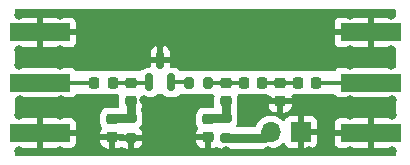
<source format=gtl>
%TF.GenerationSoftware,KiCad,Pcbnew,(6.0.1)*%
%TF.CreationDate,2022-03-08T09:49:56-08:00*%
%TF.ProjectId,436.5MHz LNA,3433362e-354d-4487-9a20-4c4e412e6b69,rev?*%
%TF.SameCoordinates,Original*%
%TF.FileFunction,Copper,L1,Top*%
%TF.FilePolarity,Positive*%
%FSLAX46Y46*%
G04 Gerber Fmt 4.6, Leading zero omitted, Abs format (unit mm)*
G04 Created by KiCad (PCBNEW (6.0.1)) date 2022-03-08 09:49:56*
%MOMM*%
%LPD*%
G01*
G04 APERTURE LIST*
G04 Aperture macros list*
%AMRoundRect*
0 Rectangle with rounded corners*
0 $1 Rounding radius*
0 $2 $3 $4 $5 $6 $7 $8 $9 X,Y pos of 4 corners*
0 Add a 4 corners polygon primitive as box body*
4,1,4,$2,$3,$4,$5,$6,$7,$8,$9,$2,$3,0*
0 Add four circle primitives for the rounded corners*
1,1,$1+$1,$2,$3*
1,1,$1+$1,$4,$5*
1,1,$1+$1,$6,$7*
1,1,$1+$1,$8,$9*
0 Add four rect primitives between the rounded corners*
20,1,$1+$1,$2,$3,$4,$5,0*
20,1,$1+$1,$4,$5,$6,$7,0*
20,1,$1+$1,$6,$7,$8,$9,0*
20,1,$1+$1,$8,$9,$2,$3,0*%
G04 Aperture macros list end*
%TA.AperFunction,SMDPad,CuDef*%
%ADD10RoundRect,0.225000X-0.225000X-0.250000X0.225000X-0.250000X0.225000X0.250000X-0.225000X0.250000X0*%
%TD*%
%TA.AperFunction,SMDPad,CuDef*%
%ADD11RoundRect,0.218750X-0.256250X0.218750X-0.256250X-0.218750X0.256250X-0.218750X0.256250X0.218750X0*%
%TD*%
%TA.AperFunction,SMDPad,CuDef*%
%ADD12RoundRect,0.200000X-0.200000X-0.275000X0.200000X-0.275000X0.200000X0.275000X-0.200000X0.275000X0*%
%TD*%
%TA.AperFunction,SMDPad,CuDef*%
%ADD13RoundRect,0.150000X0.150000X-0.587500X0.150000X0.587500X-0.150000X0.587500X-0.150000X-0.587500X0*%
%TD*%
%TA.AperFunction,SMDPad,CuDef*%
%ADD14RoundRect,0.225000X0.250000X-0.225000X0.250000X0.225000X-0.250000X0.225000X-0.250000X-0.225000X0*%
%TD*%
%TA.AperFunction,SMDPad,CuDef*%
%ADD15R,5.080000X1.500000*%
%TD*%
%TA.AperFunction,SMDPad,CuDef*%
%ADD16RoundRect,0.200000X-0.275000X0.200000X-0.275000X-0.200000X0.275000X-0.200000X0.275000X0.200000X0*%
%TD*%
%TA.AperFunction,ComponentPad*%
%ADD17R,1.700000X1.700000*%
%TD*%
%TA.AperFunction,ComponentPad*%
%ADD18O,1.700000X1.700000*%
%TD*%
%TA.AperFunction,ViaPad*%
%ADD19C,0.800000*%
%TD*%
%TA.AperFunction,Conductor*%
%ADD20C,0.355000*%
%TD*%
%TA.AperFunction,Conductor*%
%ADD21C,0.800000*%
%TD*%
G04 APERTURE END LIST*
D10*
X108875000Y-73000000D03*
X110425000Y-73000000D03*
D11*
X107350000Y-73012500D03*
X107350000Y-74587500D03*
D10*
X104275000Y-73000000D03*
X105825000Y-73000000D03*
D11*
X102750000Y-73012500D03*
X102750000Y-74587500D03*
D12*
X99625000Y-73000000D03*
X101275000Y-73000000D03*
D13*
X96250000Y-72987500D03*
X98150000Y-72987500D03*
X97200000Y-71112500D03*
D11*
X94700000Y-73012500D03*
X94700000Y-74587500D03*
D10*
X91625000Y-73000000D03*
X93175000Y-73000000D03*
D14*
X93100000Y-77625000D03*
X93100000Y-76075000D03*
D15*
X115000000Y-73000000D03*
X115000000Y-68750000D03*
X115000000Y-77250000D03*
X87012500Y-73000000D03*
X87012500Y-77250000D03*
X87012500Y-68750000D03*
D16*
X102750000Y-76025000D03*
X102750000Y-77675000D03*
X94700000Y-76025000D03*
X94700000Y-77675000D03*
D17*
X109100000Y-77175000D03*
D18*
X106560000Y-77175000D03*
D14*
X101200000Y-77625000D03*
X101200000Y-76075000D03*
D19*
X85250000Y-67250000D03*
X99250000Y-67250000D03*
X113250000Y-70250000D03*
X106300000Y-74450000D03*
X111500000Y-68750000D03*
X111550000Y-75750000D03*
X99300000Y-78750000D03*
X115050000Y-78750000D03*
X116800000Y-78750000D03*
X113250000Y-71550000D03*
X88750000Y-78750000D03*
X92300000Y-74450000D03*
X116750000Y-70250000D03*
X85250000Y-70250000D03*
X95800000Y-78750000D03*
X90500000Y-78750000D03*
X113300000Y-78750000D03*
X88750000Y-71550000D03*
X106250000Y-71550000D03*
X88800000Y-74450000D03*
X102750000Y-67250000D03*
X90500000Y-67250000D03*
X115000000Y-70250000D03*
X92250000Y-71550000D03*
X92250000Y-67250000D03*
X87000000Y-70250000D03*
X102750000Y-71550000D03*
X90500000Y-70250000D03*
X87000000Y-75750000D03*
X115050000Y-75750000D03*
X111500000Y-70250000D03*
X98200000Y-69700000D03*
X99300000Y-74450000D03*
X85250000Y-78750000D03*
X95800000Y-74450000D03*
X85250000Y-71550000D03*
X99250000Y-71550000D03*
X95750000Y-71550000D03*
X102800000Y-78750000D03*
X90500000Y-68750000D03*
X115000000Y-67250000D03*
X113300000Y-74450000D03*
X111550000Y-78750000D03*
X90500000Y-75750000D03*
X109800000Y-74450000D03*
X90500000Y-77250000D03*
X87000000Y-78750000D03*
X106250000Y-67250000D03*
X88750000Y-75750000D03*
X85250000Y-75750000D03*
X116750000Y-67250000D03*
X87000000Y-67250000D03*
X116800000Y-75750000D03*
X113250000Y-67250000D03*
X95750000Y-67250000D03*
X92300000Y-78750000D03*
X111550000Y-77250000D03*
X85300000Y-74450000D03*
X111500000Y-67250000D03*
X106300000Y-78750000D03*
X109800000Y-78750000D03*
X116800000Y-74450000D03*
X96200000Y-69700000D03*
X109750000Y-67250000D03*
X88750000Y-70250000D03*
X109750000Y-71550000D03*
X113300000Y-75750000D03*
X116750000Y-71550000D03*
X88750000Y-67250000D03*
X97200000Y-69700000D03*
D20*
X87012500Y-73000000D02*
X91625000Y-73000000D01*
X93175000Y-73000000D02*
X94687500Y-73000000D01*
X94700000Y-73012500D02*
X96225000Y-73012500D01*
X96225000Y-73012500D02*
X96250000Y-72987500D01*
X94687500Y-73000000D02*
X94700000Y-73012500D01*
D21*
X94700000Y-76025000D02*
X93150000Y-76025000D01*
X93150000Y-76025000D02*
X93100000Y-76075000D01*
X94700000Y-74587500D02*
X94700000Y-76025000D01*
X102750000Y-76025000D02*
X101250000Y-76025000D01*
X101250000Y-76025000D02*
X101200000Y-76075000D01*
X102750000Y-76025000D02*
X102750000Y-74587500D01*
D20*
X102750000Y-73012500D02*
X104262500Y-73012500D01*
X104262500Y-73012500D02*
X104275000Y-73000000D01*
X102737500Y-73000000D02*
X102750000Y-73012500D01*
X101275000Y-73000000D02*
X102737500Y-73000000D01*
X105825000Y-73000000D02*
X107337500Y-73000000D01*
X107350000Y-73012500D02*
X108862500Y-73012500D01*
X108862500Y-73012500D02*
X108875000Y-73000000D01*
X107337500Y-73000000D02*
X107350000Y-73012500D01*
X110425000Y-73000000D02*
X115000000Y-73000000D01*
X99612500Y-72987500D02*
X99625000Y-73000000D01*
X98150000Y-72987500D02*
X99612500Y-72987500D01*
D21*
X102750000Y-77675000D02*
X106060000Y-77675000D01*
X106060000Y-77675000D02*
X106560000Y-77175000D01*
%TA.AperFunction,Conductor*%
G36*
X93693401Y-74020002D02*
G01*
X93739894Y-74073658D01*
X93749998Y-74143932D01*
X93744875Y-74165661D01*
X93726762Y-74220269D01*
X93716500Y-74320428D01*
X93716500Y-74854572D01*
X93727022Y-74955982D01*
X93729206Y-74962529D01*
X93729502Y-74963898D01*
X93724333Y-75034706D01*
X93681703Y-75091479D01*
X93615146Y-75116192D01*
X93606342Y-75116500D01*
X93231417Y-75116500D01*
X93211707Y-75114949D01*
X93204327Y-75113780D01*
X93204326Y-75113780D01*
X93197810Y-75112748D01*
X93191223Y-75113093D01*
X93191218Y-75113093D01*
X93129520Y-75116327D01*
X93122926Y-75116500D01*
X92801268Y-75116500D01*
X92798022Y-75116837D01*
X92798018Y-75116837D01*
X92763917Y-75120375D01*
X92698981Y-75127113D01*
X92692440Y-75129295D01*
X92692441Y-75129295D01*
X92543676Y-75178927D01*
X92543674Y-75178928D01*
X92536732Y-75181244D01*
X92391287Y-75271248D01*
X92270448Y-75392298D01*
X92266608Y-75398528D01*
X92266607Y-75398529D01*
X92185491Y-75530124D01*
X92180698Y-75537899D01*
X92126851Y-75700243D01*
X92116500Y-75801268D01*
X92116500Y-76348732D01*
X92127113Y-76451019D01*
X92129295Y-76457559D01*
X92147275Y-76511450D01*
X92181244Y-76613268D01*
X92185096Y-76619492D01*
X92185096Y-76619493D01*
X92213492Y-76665381D01*
X92271248Y-76758713D01*
X92276430Y-76763886D01*
X92280977Y-76769623D01*
X92279170Y-76771055D01*
X92307902Y-76823575D01*
X92302892Y-76894395D01*
X92279501Y-76930853D01*
X92280552Y-76931683D01*
X92267002Y-76948840D01*
X92184996Y-77081880D01*
X92178849Y-77095061D01*
X92129509Y-77243814D01*
X92126642Y-77257190D01*
X92117328Y-77348097D01*
X92117071Y-77353126D01*
X92121475Y-77368124D01*
X92122865Y-77369329D01*
X92130548Y-77371000D01*
X94026095Y-77371000D01*
X94094216Y-77391002D01*
X94108607Y-77401775D01*
X94128865Y-77419329D01*
X94136548Y-77421000D01*
X95664884Y-77421000D01*
X95680123Y-77416525D01*
X95681328Y-77415135D01*
X95682291Y-77410706D01*
X95676868Y-77351685D01*
X95674257Y-77338649D01*
X95627285Y-77188757D01*
X95621079Y-77175012D01*
X95540176Y-77041426D01*
X95530869Y-77029557D01*
X95440761Y-76939449D01*
X95406735Y-76877137D01*
X95411800Y-76806322D01*
X95440761Y-76761259D01*
X95536639Y-76665381D01*
X95625472Y-76518699D01*
X95630806Y-76501680D01*
X95668187Y-76382396D01*
X95676753Y-76355062D01*
X95683500Y-76281635D01*
X95683499Y-75768366D01*
X95676753Y-75694938D01*
X95625472Y-75531301D01*
X95621538Y-75524806D01*
X95619662Y-75520650D01*
X95608500Y-75468802D01*
X95608500Y-75165959D01*
X95619528Y-75116212D01*
X95619849Y-75115692D01*
X95646711Y-75034706D01*
X95671072Y-74961262D01*
X95671072Y-74961260D01*
X95673238Y-74954731D01*
X95683500Y-74854572D01*
X95683500Y-74320428D01*
X95683163Y-74317178D01*
X95682995Y-74313936D01*
X95684861Y-74313839D01*
X95696021Y-74251192D01*
X95744284Y-74199123D01*
X95813036Y-74181413D01*
X95843970Y-74186345D01*
X95989989Y-74228767D01*
X95989993Y-74228768D01*
X95996169Y-74230562D01*
X96002574Y-74231066D01*
X96002579Y-74231067D01*
X96031042Y-74233307D01*
X96031050Y-74233307D01*
X96033498Y-74233500D01*
X96466502Y-74233500D01*
X96468950Y-74233307D01*
X96468958Y-74233307D01*
X96497421Y-74231067D01*
X96497426Y-74231066D01*
X96503831Y-74230562D01*
X96612046Y-74199123D01*
X96655988Y-74186357D01*
X96655990Y-74186356D01*
X96663601Y-74184145D01*
X96694847Y-74165666D01*
X96799980Y-74103491D01*
X96799983Y-74103489D01*
X96806807Y-74099453D01*
X96869355Y-74036905D01*
X96931667Y-74002879D01*
X96958450Y-74000000D01*
X97441550Y-74000000D01*
X97509671Y-74020002D01*
X97530645Y-74036905D01*
X97593193Y-74099453D01*
X97600017Y-74103489D01*
X97600020Y-74103491D01*
X97705153Y-74165666D01*
X97736399Y-74184145D01*
X97744010Y-74186356D01*
X97744012Y-74186357D01*
X97787954Y-74199123D01*
X97896169Y-74230562D01*
X97902574Y-74231066D01*
X97902579Y-74231067D01*
X97931042Y-74233307D01*
X97931050Y-74233307D01*
X97933498Y-74233500D01*
X98366502Y-74233500D01*
X98368950Y-74233307D01*
X98368958Y-74233307D01*
X98397421Y-74231067D01*
X98397426Y-74231066D01*
X98403831Y-74230562D01*
X98512046Y-74199123D01*
X98555988Y-74186357D01*
X98555990Y-74186356D01*
X98563601Y-74184145D01*
X98594847Y-74165666D01*
X98699980Y-74103491D01*
X98699983Y-74103489D01*
X98706807Y-74099453D01*
X98769355Y-74036905D01*
X98831667Y-74002879D01*
X98858450Y-74000000D01*
X101675280Y-74000000D01*
X101743401Y-74020002D01*
X101789894Y-74073658D01*
X101799998Y-74143932D01*
X101794875Y-74165661D01*
X101776762Y-74220269D01*
X101766500Y-74320428D01*
X101766500Y-74854572D01*
X101777022Y-74955982D01*
X101779206Y-74962529D01*
X101779502Y-74963898D01*
X101774333Y-75034706D01*
X101731703Y-75091479D01*
X101665146Y-75116192D01*
X101656342Y-75116500D01*
X101331417Y-75116500D01*
X101311707Y-75114949D01*
X101304327Y-75113780D01*
X101304326Y-75113780D01*
X101297810Y-75112748D01*
X101291223Y-75113093D01*
X101291218Y-75113093D01*
X101229520Y-75116327D01*
X101222926Y-75116500D01*
X100901268Y-75116500D01*
X100898022Y-75116837D01*
X100898018Y-75116837D01*
X100863917Y-75120375D01*
X100798981Y-75127113D01*
X100792440Y-75129295D01*
X100792441Y-75129295D01*
X100643676Y-75178927D01*
X100643674Y-75178928D01*
X100636732Y-75181244D01*
X100491287Y-75271248D01*
X100370448Y-75392298D01*
X100366608Y-75398528D01*
X100366607Y-75398529D01*
X100285491Y-75530124D01*
X100280698Y-75537899D01*
X100226851Y-75700243D01*
X100216500Y-75801268D01*
X100216500Y-76348732D01*
X100227113Y-76451019D01*
X100229295Y-76457559D01*
X100247275Y-76511450D01*
X100281244Y-76613268D01*
X100285096Y-76619492D01*
X100285096Y-76619493D01*
X100313492Y-76665381D01*
X100371248Y-76758713D01*
X100376430Y-76763886D01*
X100380977Y-76769623D01*
X100379170Y-76771055D01*
X100407902Y-76823575D01*
X100402892Y-76894395D01*
X100379501Y-76930853D01*
X100380552Y-76931683D01*
X100367002Y-76948840D01*
X100284996Y-77081880D01*
X100278849Y-77095061D01*
X100229509Y-77243814D01*
X100226642Y-77257190D01*
X100217328Y-77348097D01*
X100217071Y-77353126D01*
X100221475Y-77368124D01*
X100222865Y-77369329D01*
X100230548Y-77371000D01*
X101328000Y-77371000D01*
X101396121Y-77391002D01*
X101442614Y-77444658D01*
X101454000Y-77497000D01*
X101454000Y-78564885D01*
X101458475Y-78580124D01*
X101459865Y-78581329D01*
X101467548Y-78583000D01*
X101495438Y-78583000D01*
X101501953Y-78582663D01*
X101594057Y-78573106D01*
X101607456Y-78570212D01*
X101756107Y-78520619D01*
X101769285Y-78514445D01*
X101899054Y-78434142D01*
X101967506Y-78415304D01*
X102034068Y-78436088D01*
X102034619Y-78436639D01*
X102040104Y-78439961D01*
X102040107Y-78439963D01*
X102103450Y-78478324D01*
X102181301Y-78525472D01*
X102188548Y-78527743D01*
X102188550Y-78527744D01*
X102245312Y-78545532D01*
X102344938Y-78576753D01*
X102418365Y-78583500D01*
X105978583Y-78583500D01*
X105998292Y-78585051D01*
X106012190Y-78587252D01*
X106018777Y-78586907D01*
X106018782Y-78586907D01*
X106080480Y-78583673D01*
X106087074Y-78583500D01*
X106107610Y-78583500D01*
X106110882Y-78583156D01*
X106110884Y-78583156D01*
X106128042Y-78581353D01*
X106134616Y-78580836D01*
X106196308Y-78577603D01*
X106196312Y-78577602D01*
X106202903Y-78577257D01*
X106209284Y-78575547D01*
X106209286Y-78575547D01*
X106216491Y-78573617D01*
X106235925Y-78570015D01*
X106243354Y-78569234D01*
X106243363Y-78569232D01*
X106249928Y-78568542D01*
X106314997Y-78547400D01*
X106321304Y-78545532D01*
X106368002Y-78533019D01*
X106405229Y-78528810D01*
X106494539Y-78532085D01*
X106616673Y-78536564D01*
X106616677Y-78536564D01*
X106621837Y-78536753D01*
X106626957Y-78536097D01*
X106626959Y-78536097D01*
X106838288Y-78509025D01*
X106838289Y-78509025D01*
X106843416Y-78508368D01*
X106854232Y-78505123D01*
X107052429Y-78445661D01*
X107052434Y-78445659D01*
X107057384Y-78444174D01*
X107257994Y-78345896D01*
X107439860Y-78216173D01*
X107548479Y-78107933D01*
X107610851Y-78074017D01*
X107681658Y-78079205D01*
X107738419Y-78121851D01*
X107755401Y-78152954D01*
X107796676Y-78263054D01*
X107805214Y-78278649D01*
X107881715Y-78380724D01*
X107894276Y-78393285D01*
X107996351Y-78469786D01*
X108011946Y-78478324D01*
X108132394Y-78523478D01*
X108147649Y-78527105D01*
X108198514Y-78532631D01*
X108205328Y-78533000D01*
X108827885Y-78533000D01*
X108843124Y-78528525D01*
X108844329Y-78527135D01*
X108846000Y-78519452D01*
X108846000Y-78514884D01*
X109354000Y-78514884D01*
X109358475Y-78530123D01*
X109359865Y-78531328D01*
X109367548Y-78532999D01*
X109994669Y-78532999D01*
X110001490Y-78532629D01*
X110052352Y-78527105D01*
X110067604Y-78523479D01*
X110188054Y-78478324D01*
X110203649Y-78469786D01*
X110305724Y-78393285D01*
X110318285Y-78380724D01*
X110394786Y-78278649D01*
X110403324Y-78263054D01*
X110448478Y-78142606D01*
X110452105Y-78127351D01*
X110457631Y-78076486D01*
X110458000Y-78069672D01*
X110458000Y-78044669D01*
X111952001Y-78044669D01*
X111952371Y-78051490D01*
X111957895Y-78102352D01*
X111961521Y-78117604D01*
X112006676Y-78238054D01*
X112015214Y-78253649D01*
X112091715Y-78355724D01*
X112104276Y-78368285D01*
X112206351Y-78444786D01*
X112221946Y-78453324D01*
X112342394Y-78498478D01*
X112357649Y-78502105D01*
X112408514Y-78507631D01*
X112415328Y-78508000D01*
X114727885Y-78508000D01*
X114743124Y-78503525D01*
X114744329Y-78502135D01*
X114746000Y-78494452D01*
X114746000Y-77522115D01*
X114741525Y-77506876D01*
X114740135Y-77505671D01*
X114732452Y-77504000D01*
X111970116Y-77504000D01*
X111954877Y-77508475D01*
X111953672Y-77509865D01*
X111952001Y-77517548D01*
X111952001Y-78044669D01*
X110458000Y-78044669D01*
X110458000Y-77447115D01*
X110453525Y-77431876D01*
X110452135Y-77430671D01*
X110444452Y-77429000D01*
X109372115Y-77429000D01*
X109356876Y-77433475D01*
X109355671Y-77434865D01*
X109354000Y-77442548D01*
X109354000Y-78514884D01*
X108846000Y-78514884D01*
X108846000Y-76977885D01*
X111952000Y-76977885D01*
X111956475Y-76993124D01*
X111957865Y-76994329D01*
X111965548Y-76996000D01*
X114727885Y-76996000D01*
X114743124Y-76991525D01*
X114744329Y-76990135D01*
X114746000Y-76982452D01*
X114746000Y-76010116D01*
X114741525Y-75994877D01*
X114740135Y-75993672D01*
X114732452Y-75992001D01*
X112415331Y-75992001D01*
X112408510Y-75992371D01*
X112357648Y-75997895D01*
X112342396Y-76001521D01*
X112221946Y-76046676D01*
X112206351Y-76055214D01*
X112104276Y-76131715D01*
X112091715Y-76144276D01*
X112015214Y-76246351D01*
X112006676Y-76261946D01*
X111961522Y-76382394D01*
X111957895Y-76397649D01*
X111952369Y-76448514D01*
X111952000Y-76455328D01*
X111952000Y-76977885D01*
X108846000Y-76977885D01*
X108846000Y-76902885D01*
X109354000Y-76902885D01*
X109358475Y-76918124D01*
X109359865Y-76919329D01*
X109367548Y-76921000D01*
X110439884Y-76921000D01*
X110455123Y-76916525D01*
X110456328Y-76915135D01*
X110457999Y-76907452D01*
X110457999Y-76280331D01*
X110457629Y-76273510D01*
X110452105Y-76222648D01*
X110448479Y-76207396D01*
X110403324Y-76086946D01*
X110394786Y-76071351D01*
X110318285Y-75969276D01*
X110305724Y-75956715D01*
X110203649Y-75880214D01*
X110188054Y-75871676D01*
X110067606Y-75826522D01*
X110052351Y-75822895D01*
X110001486Y-75817369D01*
X109994672Y-75817000D01*
X109372115Y-75817000D01*
X109356876Y-75821475D01*
X109355671Y-75822865D01*
X109354000Y-75830548D01*
X109354000Y-76902885D01*
X108846000Y-76902885D01*
X108846000Y-75835116D01*
X108841525Y-75819877D01*
X108840135Y-75818672D01*
X108832452Y-75817001D01*
X108205331Y-75817001D01*
X108198510Y-75817371D01*
X108147648Y-75822895D01*
X108132396Y-75826521D01*
X108011946Y-75871676D01*
X107996351Y-75880214D01*
X107894276Y-75956715D01*
X107881715Y-75969276D01*
X107805214Y-76071351D01*
X107796676Y-76086946D01*
X107755297Y-76197322D01*
X107712655Y-76254087D01*
X107646093Y-76278786D01*
X107576744Y-76263578D01*
X107544121Y-76237891D01*
X107493151Y-76181876D01*
X107493148Y-76181873D01*
X107489670Y-76178051D01*
X107485619Y-76174852D01*
X107485615Y-76174848D01*
X107318414Y-76042800D01*
X107318410Y-76042798D01*
X107314359Y-76039598D01*
X107118789Y-75931638D01*
X107113920Y-75929914D01*
X107113916Y-75929912D01*
X106913087Y-75858795D01*
X106913083Y-75858794D01*
X106908212Y-75857069D01*
X106903119Y-75856162D01*
X106903116Y-75856161D01*
X106693373Y-75818800D01*
X106693367Y-75818799D01*
X106688284Y-75817894D01*
X106614452Y-75816992D01*
X106470081Y-75815228D01*
X106470079Y-75815228D01*
X106464911Y-75815165D01*
X106244091Y-75848955D01*
X106031756Y-75918357D01*
X105833607Y-76021507D01*
X105829474Y-76024610D01*
X105829471Y-76024612D01*
X105659100Y-76152530D01*
X105654965Y-76155635D01*
X105500629Y-76317138D01*
X105374743Y-76501680D01*
X105372567Y-76506369D01*
X105372563Y-76506375D01*
X105285680Y-76693550D01*
X105238856Y-76746917D01*
X105171392Y-76766500D01*
X103749013Y-76766500D01*
X103680892Y-76746498D01*
X103634399Y-76692842D01*
X103624295Y-76622568D01*
X103641236Y-76575230D01*
X103671537Y-76525196D01*
X103675472Y-76518699D01*
X103680806Y-76501680D01*
X103718187Y-76382396D01*
X103726753Y-76355062D01*
X103733500Y-76281635D01*
X103733499Y-75768366D01*
X103726753Y-75694938D01*
X103675472Y-75531301D01*
X103671538Y-75524806D01*
X103669662Y-75520650D01*
X103658500Y-75468802D01*
X103658500Y-75165959D01*
X103669528Y-75116212D01*
X103669849Y-75115692D01*
X103696711Y-75034706D01*
X103721072Y-74961262D01*
X103721072Y-74961260D01*
X103723238Y-74954731D01*
X103733500Y-74854572D01*
X103733500Y-74854321D01*
X106367158Y-74854321D01*
X106367337Y-74857782D01*
X106376804Y-74949021D01*
X106379697Y-74962417D01*
X106428830Y-75109687D01*
X106435004Y-75122866D01*
X106516470Y-75254514D01*
X106525506Y-75265915D01*
X106635080Y-75375298D01*
X106646491Y-75384310D01*
X106778291Y-75465553D01*
X106791468Y-75471697D01*
X106938843Y-75520579D01*
X106952210Y-75523445D01*
X107042270Y-75532672D01*
X107048685Y-75533000D01*
X107077885Y-75533000D01*
X107093124Y-75528525D01*
X107094329Y-75527135D01*
X107096000Y-75519452D01*
X107096000Y-75514885D01*
X107604000Y-75514885D01*
X107608475Y-75530124D01*
X107609865Y-75531329D01*
X107617548Y-75533000D01*
X107651266Y-75533000D01*
X107657782Y-75532663D01*
X107749021Y-75523196D01*
X107762417Y-75520303D01*
X107909687Y-75471170D01*
X107922866Y-75464996D01*
X108054514Y-75383530D01*
X108065915Y-75374494D01*
X108175298Y-75264920D01*
X108184310Y-75253509D01*
X108265553Y-75121709D01*
X108271697Y-75108532D01*
X108320579Y-74961157D01*
X108323445Y-74947790D01*
X108332614Y-74858300D01*
X108328525Y-74844376D01*
X108327135Y-74843171D01*
X108319452Y-74841500D01*
X107622115Y-74841500D01*
X107606876Y-74845975D01*
X107605671Y-74847365D01*
X107604000Y-74855048D01*
X107604000Y-75514885D01*
X107096000Y-75514885D01*
X107096000Y-74859615D01*
X107091525Y-74844376D01*
X107090135Y-74843171D01*
X107082452Y-74841500D01*
X106385115Y-74841500D01*
X106369876Y-74845975D01*
X106368671Y-74847365D01*
X106367158Y-74854321D01*
X103733500Y-74854321D01*
X103733500Y-74320428D01*
X103732827Y-74313936D01*
X103728256Y-74269886D01*
X103722978Y-74219018D01*
X103705248Y-74165875D01*
X103702664Y-74094926D01*
X103738848Y-74033842D01*
X103802312Y-74002018D01*
X103824772Y-74000000D01*
X106275807Y-74000000D01*
X106343928Y-74020002D01*
X106390421Y-74073658D01*
X106400525Y-74143932D01*
X106395400Y-74165666D01*
X106379422Y-74213840D01*
X106376555Y-74227210D01*
X106367386Y-74316700D01*
X106371475Y-74330624D01*
X106372865Y-74331829D01*
X106380548Y-74333500D01*
X108314885Y-74333500D01*
X108330124Y-74329025D01*
X108331329Y-74327635D01*
X108332842Y-74320679D01*
X108332663Y-74317218D01*
X108323196Y-74225979D01*
X108320303Y-74212583D01*
X108304720Y-74165876D01*
X108302136Y-74094927D01*
X108338319Y-74033843D01*
X108401784Y-74002018D01*
X108424244Y-74000000D01*
X111948827Y-74000000D01*
X112016948Y-74020002D01*
X112049651Y-74050432D01*
X112096739Y-74113261D01*
X112213295Y-74200615D01*
X112349684Y-74251745D01*
X112411866Y-74258500D01*
X117016000Y-74258500D01*
X117084121Y-74278502D01*
X117130614Y-74332158D01*
X117142000Y-74384500D01*
X117142000Y-75866000D01*
X117121998Y-75934121D01*
X117068342Y-75980614D01*
X117016000Y-75992000D01*
X115272115Y-75992000D01*
X115256876Y-75996475D01*
X115255671Y-75997865D01*
X115254000Y-76005548D01*
X115254000Y-78489884D01*
X115258475Y-78505123D01*
X115259865Y-78506328D01*
X115267548Y-78507999D01*
X117016000Y-78507999D01*
X117084121Y-78528001D01*
X117130614Y-78581657D01*
X117142000Y-78633999D01*
X117142000Y-79116000D01*
X117121998Y-79184121D01*
X117068342Y-79230614D01*
X117016000Y-79242000D01*
X84984000Y-79242000D01*
X84915879Y-79221998D01*
X84869386Y-79168342D01*
X84858000Y-79116000D01*
X84858000Y-78634000D01*
X84878002Y-78565879D01*
X84931658Y-78519386D01*
X84984000Y-78508000D01*
X86740385Y-78508000D01*
X86755624Y-78503525D01*
X86756829Y-78502135D01*
X86758500Y-78494452D01*
X86758500Y-78489884D01*
X87266500Y-78489884D01*
X87270975Y-78505123D01*
X87272365Y-78506328D01*
X87280048Y-78507999D01*
X89597169Y-78507999D01*
X89603990Y-78507629D01*
X89654852Y-78502105D01*
X89670104Y-78498479D01*
X89790554Y-78453324D01*
X89806149Y-78444786D01*
X89908224Y-78368285D01*
X89920785Y-78355724D01*
X89997286Y-78253649D01*
X90005824Y-78238054D01*
X90050978Y-78117606D01*
X90054605Y-78102351D01*
X90060131Y-78051486D01*
X90060500Y-78044672D01*
X90060500Y-77895438D01*
X92117000Y-77895438D01*
X92117337Y-77901953D01*
X92126894Y-77994057D01*
X92129788Y-78007456D01*
X92179381Y-78156107D01*
X92185555Y-78169286D01*
X92267788Y-78302173D01*
X92276824Y-78313574D01*
X92387429Y-78423986D01*
X92398840Y-78432998D01*
X92531880Y-78515004D01*
X92545061Y-78521151D01*
X92693814Y-78570491D01*
X92707190Y-78573358D01*
X92798097Y-78582672D01*
X92804513Y-78583000D01*
X92827885Y-78583000D01*
X92843124Y-78578525D01*
X92844329Y-78577135D01*
X92846000Y-78569452D01*
X92846000Y-78564885D01*
X93354000Y-78564885D01*
X93358475Y-78580124D01*
X93359865Y-78581329D01*
X93367548Y-78583000D01*
X93395438Y-78583000D01*
X93401953Y-78582663D01*
X93494057Y-78573106D01*
X93507456Y-78570212D01*
X93656107Y-78520619D01*
X93669286Y-78514445D01*
X93802173Y-78432212D01*
X93813901Y-78422917D01*
X93879712Y-78396282D01*
X93949476Y-78409454D01*
X93973184Y-78426697D01*
X93973585Y-78426186D01*
X93991426Y-78440176D01*
X94125012Y-78521079D01*
X94138757Y-78527285D01*
X94288644Y-78574256D01*
X94301694Y-78576869D01*
X94365521Y-78582734D01*
X94371309Y-78583000D01*
X94427885Y-78583000D01*
X94443124Y-78578525D01*
X94444329Y-78577135D01*
X94446000Y-78569452D01*
X94446000Y-78564884D01*
X94954000Y-78564884D01*
X94958475Y-78580123D01*
X94959865Y-78581328D01*
X94967548Y-78582999D01*
X95028705Y-78582999D01*
X95034454Y-78582736D01*
X95098315Y-78576868D01*
X95111351Y-78574257D01*
X95261243Y-78527285D01*
X95274988Y-78521079D01*
X95408574Y-78440176D01*
X95420443Y-78430869D01*
X95530869Y-78320443D01*
X95540176Y-78308574D01*
X95621079Y-78174988D01*
X95627285Y-78161243D01*
X95674256Y-78011356D01*
X95676869Y-77998306D01*
X95681913Y-77943414D01*
X95678525Y-77931876D01*
X95677135Y-77930671D01*
X95669452Y-77929000D01*
X94972115Y-77929000D01*
X94956876Y-77933475D01*
X94955671Y-77934865D01*
X94954000Y-77942548D01*
X94954000Y-78564884D01*
X94446000Y-78564884D01*
X94446000Y-77947115D01*
X94441525Y-77931876D01*
X94440135Y-77930671D01*
X94432452Y-77929000D01*
X93773905Y-77929000D01*
X93705784Y-77908998D01*
X93691393Y-77898225D01*
X93688177Y-77895438D01*
X100217000Y-77895438D01*
X100217337Y-77901953D01*
X100226894Y-77994057D01*
X100229788Y-78007456D01*
X100279381Y-78156107D01*
X100285555Y-78169286D01*
X100367788Y-78302173D01*
X100376824Y-78313574D01*
X100487429Y-78423986D01*
X100498840Y-78432998D01*
X100631880Y-78515004D01*
X100645061Y-78521151D01*
X100793814Y-78570491D01*
X100807190Y-78573358D01*
X100898097Y-78582672D01*
X100904513Y-78583000D01*
X100927885Y-78583000D01*
X100943124Y-78578525D01*
X100944329Y-78577135D01*
X100946000Y-78569452D01*
X100946000Y-77897115D01*
X100941525Y-77881876D01*
X100940135Y-77880671D01*
X100932452Y-77879000D01*
X100235115Y-77879000D01*
X100219876Y-77883475D01*
X100218671Y-77884865D01*
X100217000Y-77892548D01*
X100217000Y-77895438D01*
X93688177Y-77895438D01*
X93671135Y-77880671D01*
X93663452Y-77879000D01*
X93372115Y-77879000D01*
X93356876Y-77883475D01*
X93355671Y-77884865D01*
X93354000Y-77892548D01*
X93354000Y-78564885D01*
X92846000Y-78564885D01*
X92846000Y-77897115D01*
X92841525Y-77881876D01*
X92840135Y-77880671D01*
X92832452Y-77879000D01*
X92135115Y-77879000D01*
X92119876Y-77883475D01*
X92118671Y-77884865D01*
X92117000Y-77892548D01*
X92117000Y-77895438D01*
X90060500Y-77895438D01*
X90060500Y-77522115D01*
X90056025Y-77506876D01*
X90054635Y-77505671D01*
X90046952Y-77504000D01*
X87284615Y-77504000D01*
X87269376Y-77508475D01*
X87268171Y-77509865D01*
X87266500Y-77517548D01*
X87266500Y-78489884D01*
X86758500Y-78489884D01*
X86758500Y-76977885D01*
X87266500Y-76977885D01*
X87270975Y-76993124D01*
X87272365Y-76994329D01*
X87280048Y-76996000D01*
X90042384Y-76996000D01*
X90057623Y-76991525D01*
X90058828Y-76990135D01*
X90060499Y-76982452D01*
X90060499Y-76455331D01*
X90060129Y-76448510D01*
X90054605Y-76397648D01*
X90050979Y-76382396D01*
X90005824Y-76261946D01*
X89997286Y-76246351D01*
X89920785Y-76144276D01*
X89908224Y-76131715D01*
X89806149Y-76055214D01*
X89790554Y-76046676D01*
X89670106Y-76001522D01*
X89654851Y-75997895D01*
X89603986Y-75992369D01*
X89597172Y-75992000D01*
X87284615Y-75992000D01*
X87269376Y-75996475D01*
X87268171Y-75997865D01*
X87266500Y-76005548D01*
X87266500Y-76977885D01*
X86758500Y-76977885D01*
X86758500Y-76010116D01*
X86754025Y-75994877D01*
X86752635Y-75993672D01*
X86744952Y-75992001D01*
X84984000Y-75992001D01*
X84915879Y-75971999D01*
X84869386Y-75918343D01*
X84858000Y-75866001D01*
X84858000Y-74384500D01*
X84878002Y-74316379D01*
X84931658Y-74269886D01*
X84984000Y-74258500D01*
X89600634Y-74258500D01*
X89662816Y-74251745D01*
X89799205Y-74200615D01*
X89915761Y-74113261D01*
X89962848Y-74050433D01*
X90019707Y-74007920D01*
X90063673Y-74000000D01*
X93625280Y-74000000D01*
X93693401Y-74020002D01*
G37*
%TD.AperFunction*%
%TA.AperFunction,Conductor*%
G36*
X117084121Y-66778002D02*
G01*
X117130614Y-66831658D01*
X117142000Y-66884000D01*
X117142000Y-67366000D01*
X117121998Y-67434121D01*
X117068342Y-67480614D01*
X117016000Y-67492000D01*
X115272115Y-67492000D01*
X115256876Y-67496475D01*
X115255671Y-67497865D01*
X115254000Y-67505548D01*
X115254000Y-69989884D01*
X115258475Y-70005123D01*
X115259865Y-70006328D01*
X115267548Y-70007999D01*
X117016000Y-70007999D01*
X117084121Y-70028001D01*
X117130614Y-70081657D01*
X117142000Y-70133999D01*
X117142000Y-71615500D01*
X117121998Y-71683621D01*
X117068342Y-71730114D01*
X117016000Y-71741500D01*
X112411866Y-71741500D01*
X112349684Y-71748255D01*
X112213295Y-71799385D01*
X112096739Y-71886739D01*
X112049652Y-71949567D01*
X111992793Y-71992080D01*
X111948827Y-72000000D01*
X98883450Y-72000000D01*
X98815329Y-71979998D01*
X98794355Y-71963095D01*
X98706807Y-71875547D01*
X98699983Y-71871511D01*
X98699980Y-71871509D01*
X98570427Y-71794892D01*
X98570428Y-71794892D01*
X98563601Y-71790855D01*
X98555990Y-71788644D01*
X98555988Y-71788643D01*
X98503769Y-71773472D01*
X98403831Y-71744438D01*
X98397426Y-71743934D01*
X98397421Y-71743933D01*
X98368958Y-71741693D01*
X98368950Y-71741693D01*
X98366502Y-71741500D01*
X98134000Y-71741500D01*
X98065879Y-71721498D01*
X98019386Y-71667842D01*
X98008000Y-71615500D01*
X98008000Y-71384615D01*
X98003525Y-71369376D01*
X98002135Y-71368171D01*
X97994452Y-71366500D01*
X96410116Y-71366500D01*
X96394877Y-71370975D01*
X96393672Y-71372365D01*
X96392001Y-71380048D01*
X96392001Y-71615500D01*
X96371999Y-71683621D01*
X96318343Y-71730114D01*
X96266001Y-71741500D01*
X96033498Y-71741500D01*
X96031050Y-71741693D01*
X96031042Y-71741693D01*
X96002579Y-71743933D01*
X96002574Y-71743934D01*
X95996169Y-71744438D01*
X95896231Y-71773472D01*
X95844012Y-71788643D01*
X95844010Y-71788644D01*
X95836399Y-71790855D01*
X95829572Y-71794892D01*
X95829573Y-71794892D01*
X95700020Y-71871509D01*
X95700017Y-71871511D01*
X95693193Y-71875547D01*
X95605645Y-71963095D01*
X95543333Y-71997121D01*
X95516550Y-72000000D01*
X90063673Y-72000000D01*
X89995552Y-71979998D01*
X89962849Y-71949568D01*
X89915761Y-71886739D01*
X89799205Y-71799385D01*
X89662816Y-71748255D01*
X89600634Y-71741500D01*
X84984000Y-71741500D01*
X84915879Y-71721498D01*
X84869386Y-71667842D01*
X84858000Y-71615500D01*
X84858000Y-70840385D01*
X96392000Y-70840385D01*
X96396475Y-70855624D01*
X96397865Y-70856829D01*
X96405548Y-70858500D01*
X96927885Y-70858500D01*
X96943124Y-70854025D01*
X96944329Y-70852635D01*
X96946000Y-70844952D01*
X96946000Y-70840385D01*
X97454000Y-70840385D01*
X97458475Y-70855624D01*
X97459865Y-70856829D01*
X97467548Y-70858500D01*
X97989884Y-70858500D01*
X98005123Y-70854025D01*
X98006328Y-70852635D01*
X98007999Y-70844952D01*
X98007999Y-70461017D01*
X98007805Y-70456080D01*
X98005570Y-70427664D01*
X98003270Y-70415069D01*
X97960893Y-70269210D01*
X97954648Y-70254779D01*
X97878089Y-70125322D01*
X97868449Y-70112896D01*
X97762104Y-70006551D01*
X97749678Y-69996911D01*
X97620221Y-69920352D01*
X97605790Y-69914107D01*
X97471395Y-69875061D01*
X97457294Y-69875101D01*
X97454000Y-69882370D01*
X97454000Y-70840385D01*
X96946000Y-70840385D01*
X96946000Y-69888122D01*
X96942027Y-69874591D01*
X96934129Y-69873456D01*
X96794210Y-69914107D01*
X96779779Y-69920352D01*
X96650322Y-69996911D01*
X96637896Y-70006551D01*
X96531551Y-70112896D01*
X96521911Y-70125322D01*
X96445352Y-70254779D01*
X96439107Y-70269210D01*
X96396731Y-70415065D01*
X96394430Y-70427667D01*
X96392193Y-70456084D01*
X96392000Y-70461014D01*
X96392000Y-70840385D01*
X84858000Y-70840385D01*
X84858000Y-70134000D01*
X84878002Y-70065879D01*
X84931658Y-70019386D01*
X84984000Y-70008000D01*
X86740385Y-70008000D01*
X86755624Y-70003525D01*
X86756829Y-70002135D01*
X86758500Y-69994452D01*
X86758500Y-69989884D01*
X87266500Y-69989884D01*
X87270975Y-70005123D01*
X87272365Y-70006328D01*
X87280048Y-70007999D01*
X89597169Y-70007999D01*
X89603990Y-70007629D01*
X89654852Y-70002105D01*
X89670104Y-69998479D01*
X89790554Y-69953324D01*
X89806149Y-69944786D01*
X89908224Y-69868285D01*
X89920785Y-69855724D01*
X89997286Y-69753649D01*
X90005824Y-69738054D01*
X90050978Y-69617606D01*
X90054605Y-69602351D01*
X90060131Y-69551486D01*
X90060500Y-69544672D01*
X90060500Y-69544669D01*
X111952001Y-69544669D01*
X111952371Y-69551490D01*
X111957895Y-69602352D01*
X111961521Y-69617604D01*
X112006676Y-69738054D01*
X112015214Y-69753649D01*
X112091715Y-69855724D01*
X112104276Y-69868285D01*
X112206351Y-69944786D01*
X112221946Y-69953324D01*
X112342394Y-69998478D01*
X112357649Y-70002105D01*
X112408514Y-70007631D01*
X112415328Y-70008000D01*
X114727885Y-70008000D01*
X114743124Y-70003525D01*
X114744329Y-70002135D01*
X114746000Y-69994452D01*
X114746000Y-69022115D01*
X114741525Y-69006876D01*
X114740135Y-69005671D01*
X114732452Y-69004000D01*
X111970116Y-69004000D01*
X111954877Y-69008475D01*
X111953672Y-69009865D01*
X111952001Y-69017548D01*
X111952001Y-69544669D01*
X90060500Y-69544669D01*
X90060500Y-69022115D01*
X90056025Y-69006876D01*
X90054635Y-69005671D01*
X90046952Y-69004000D01*
X87284615Y-69004000D01*
X87269376Y-69008475D01*
X87268171Y-69009865D01*
X87266500Y-69017548D01*
X87266500Y-69989884D01*
X86758500Y-69989884D01*
X86758500Y-68477885D01*
X87266500Y-68477885D01*
X87270975Y-68493124D01*
X87272365Y-68494329D01*
X87280048Y-68496000D01*
X90042384Y-68496000D01*
X90057623Y-68491525D01*
X90058828Y-68490135D01*
X90060499Y-68482452D01*
X90060499Y-68477885D01*
X111952000Y-68477885D01*
X111956475Y-68493124D01*
X111957865Y-68494329D01*
X111965548Y-68496000D01*
X114727885Y-68496000D01*
X114743124Y-68491525D01*
X114744329Y-68490135D01*
X114746000Y-68482452D01*
X114746000Y-67510116D01*
X114741525Y-67494877D01*
X114740135Y-67493672D01*
X114732452Y-67492001D01*
X112415331Y-67492001D01*
X112408510Y-67492371D01*
X112357648Y-67497895D01*
X112342396Y-67501521D01*
X112221946Y-67546676D01*
X112206351Y-67555214D01*
X112104276Y-67631715D01*
X112091715Y-67644276D01*
X112015214Y-67746351D01*
X112006676Y-67761946D01*
X111961522Y-67882394D01*
X111957895Y-67897649D01*
X111952369Y-67948514D01*
X111952000Y-67955328D01*
X111952000Y-68477885D01*
X90060499Y-68477885D01*
X90060499Y-67955331D01*
X90060129Y-67948510D01*
X90054605Y-67897648D01*
X90050979Y-67882396D01*
X90005824Y-67761946D01*
X89997286Y-67746351D01*
X89920785Y-67644276D01*
X89908224Y-67631715D01*
X89806149Y-67555214D01*
X89790554Y-67546676D01*
X89670106Y-67501522D01*
X89654851Y-67497895D01*
X89603986Y-67492369D01*
X89597172Y-67492000D01*
X87284615Y-67492000D01*
X87269376Y-67496475D01*
X87268171Y-67497865D01*
X87266500Y-67505548D01*
X87266500Y-68477885D01*
X86758500Y-68477885D01*
X86758500Y-67510116D01*
X86754025Y-67494877D01*
X86752635Y-67493672D01*
X86744952Y-67492001D01*
X84984000Y-67492001D01*
X84915879Y-67471999D01*
X84869386Y-67418343D01*
X84858000Y-67366001D01*
X84858000Y-66884000D01*
X84878002Y-66815879D01*
X84931658Y-66769386D01*
X84984000Y-66758000D01*
X117016000Y-66758000D01*
X117084121Y-66778002D01*
G37*
%TD.AperFunction*%
M02*

</source>
